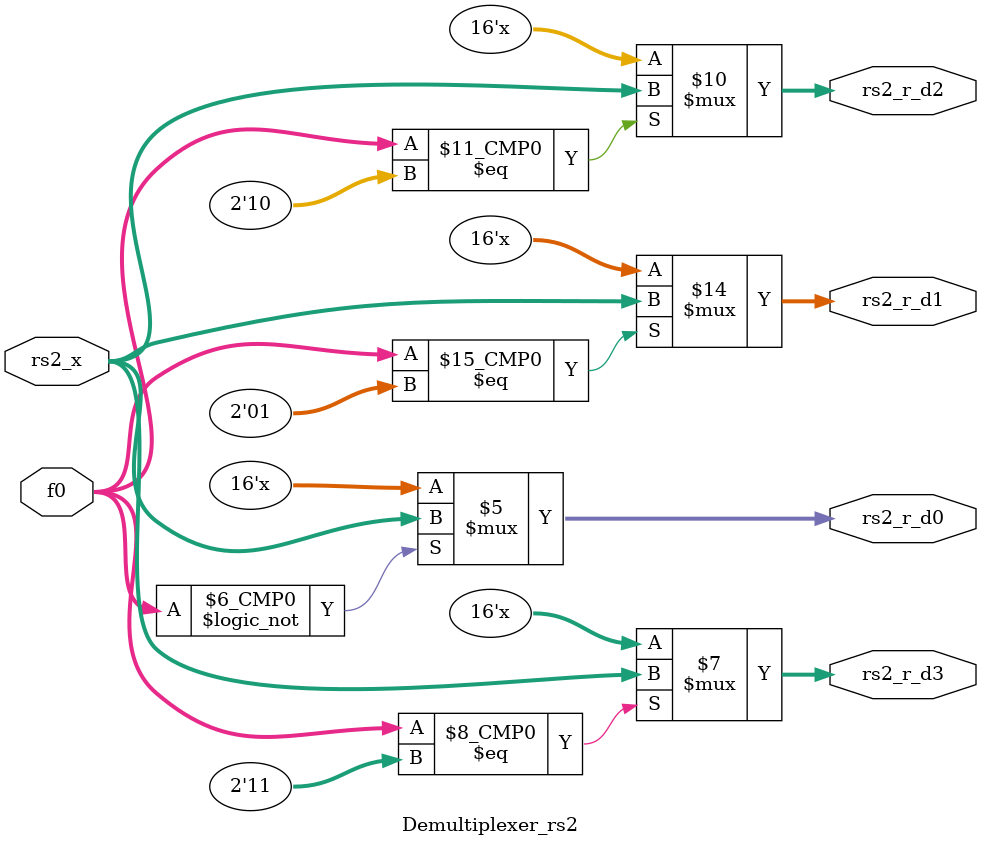
<source format=v>
`include "mux_16x1_rs1_x"
`include "demux_1x16_1x4_rs1_r.v"
`include "mux_16x1_rs2_x.v"
`include "demux_1x16_1x4_rs2_r.v"

module decode_rs1(rs1_r_d0,rs1_r_d1,rs1_r_d2,rs1_r_d3, x0,x1,x2,x3,x4,x5,x6,x7,x8,x9,x10,x11,x12,x13,x14,x15, rs1, f0);
  
  input [15:0] x0,x1,x2,x3,x4,x5,x6,x7,x8,x9,x10,x11,x12,x13,x14,x15;
  input [3:0] rs1;
  input [1:0] f0;
  output reg [15:0] rs1_r_d0,rs1_r_d1,rs1_r_d2,rs1_r_d3;
  
  wire [15:0] rs1_x;
  
  mux_16x1_rs1 block_rs1(rs1_x, rs1, x0,x1,x2,x3,x4,x5,x6,x7,x8,x9,x10,x11,x12,x13,x14,x15);
  Demultiplexer_rs1 block2_rs1(rs1_r_d0,rs1_r_d1,rs1_r_d2,rs1_r_d3,rs1_x,f0);
  
endmodule

module decode_rs2(rs2_r_d0,rs2_r_d1,rs2_r_d2,rs2_r_d3, x0,x1,x2,x3,x4,x5,x6,x7,x8,x9,x10,x11,x12,x13,x14,x15, rs2, f0);
  
  input [15:0] x0,x1,x2,x3,x4,x5,x6,x7,x8,x9,x10,x11,x12,x13,x14,x15;
  input [3:0] rs2;
  input [1:0] f0;
  output reg [15:0] rs2_r_d0,rs2_r_d1,rs2_r_d2,rs2_r_d3;
  
  wire [15:0] rs2_x;
  
  mux_16x1_rs2 block1_rs2(rs2_x, rs2, x0,x1,x2,x3,x4,x5,x6,x7,x8,x9,x10,x11,x12,x13,x14,x15);
  Demultiplexer_rs2 block2_rs2(rs2_r_d0,rs2_r_d1,rs2_r_d2,rs2_r_d3,rs2_x,f0);
  
endmodule

module mux_16x1_rs1(
rs1_x, rs1, x0,x1,x2,x3,x4,x5,x6,x7,x8,x9,x10,x11,x12,x13,x14,x15);
  input [15:0] rs1; 
  input [15:0] x0,x1,x2,x3,x4,x5,x6,x7,x8,x9,x10,x11,x12,x13,x14,x15;
  output reg [15:0] rs1_x;

  //wire [3:0] sel;
  //assign sel={rs1_0, rs1_1, rs1_2, rs1_3};

always @ (*) begin
  case(rs1)
    4'b0000 : rs1_x = x0;
    4'b0001 : rs1_x = x1;
    4'b0010 : rs1_x = x2;
    4'b0011 : rs1_x = x3;
    4'b0100 : rs1_x = x4;
    4'b0101 : rs1_x = x5;
    4'b0110 : rs1_x = x6;
    4'b0111 : rs1_x = x7;
    4'b1000 : rs1_x = x8;
    4'b1001 : rs1_x = x9;
    4'b1010 : rs1_x = x10;
    4'b1011 : rs1_x = x11;
    4'b1100 : rs1_x = x12;
    4'b1101 : rs1_x = x13;
    4'b1110 : rs1_x = x14;
    4'b1111 : rs1_x = x15;
endcase
end
endmodule

module Demultiplexer_rs1(rs1_r_d0,rs1_r_d1,rs1_r_d2,rs1_r_d3,rs1_x,f0);
  input [15:0] rs1_x;
  input [1:0] f0;
  output reg [15:0] rs1_r_d0, rs1_r_d1, rs1_r_d2, rs1_r_d3;
  
  /* always @(*) begin
    assign  rs1_r_d0 = (rs1_x &   ~f1 & ~f0),
    		rs1_r_d1 = (rs1_x &   ~f1 & f0),
    		rs1_r_d2 = (rs1_x &   f1 & ~f0),
            rs1_r_d3 = (rs1_x &  f1 & f0);
  end
  
  and g0(rs1_r_d0, rs1_x, ~f1, ~f0 );
  and g1(rs1_r_d1, rs1_x, ~f1, f0 );
  and g2(rs1_r_d2, rs1_x, f1, ~f0 );
  and g3(rs1_r_d3, rs1_x, f1, f0 );*/
  
  always @(*) begin
    case(f0) 
      2'b00 : rs1_r_d0 = rs1_x;
      2'b01 : rs1_r_d1 = rs1_x;
      2'b10 : rs1_r_d2 = rs1_x;
      2'b11 : rs1_r_d3 = rs1_x;
    endcase
  end
endmodule
module mux_16x1_rs2(
rs2_x, rs2, x0,x1,x2,x3,x4,x5,x6,x7,x8,x9,x10,x11,x12,x13,x14,x15);
  input [15:0] rs2; 
  input [15:0] x0,x1,x2,x3,x4,x5,x6,x7,x8,x9,x10,x11,x12,x13,x14,x15;
  output reg [15:0] rs2_x;
  wire [15:0] rs2_x;

  //wire [3:0] sel;
  //assign sel={rs2_0, rs2_1, rs2_2, rs2_3};

always @ (*) begin
  case(rs2)
    4'b0000 : rs2_x = x0;
    4'b0001 : rs2_x = x1;
    4'b0010 : rs2_x = x2;
    4'b0011 : rs2_x = x3;
    4'b0100 : rs2_x = x4;
    4'b0101 : rs2_x = x5;
    4'b0110 : rs2_x = x6;
    4'b0111 : rs2_x = x7;
    4'b1000 : rs2_x = x8;
    4'b1001 : rs2_x = x9;
    4'b1010 : rs2_x = x10;
    4'b1011 : rs2_x = x11;
    4'b1100 : rs2_x = x12;
    4'b1101 : rs2_x = x13;
    4'b1110 : rs2_x = x14;
    4'b1111 : rs2_x = x15;
endcase
end
endmodule

module Demultiplexer_rs2(rs2_r_d0,rs2_r_d1,rs2_r_d2,rs2_r_d3,rs2_x,f0);
  input [15:0] rs2_x;
  input [1:0] f0;
  output reg [15:0] rs2_r_d0, rs2_r_d1, rs2_r_d2, rs2_r_d3;
  
  /* always @(*) begin
    assign  rs2_r_d0 = (rs2_x &   ~f1 & ~f0),
    		rs2_r_d1 = (rs2_x &   ~f1 & f0),
    		rs2_r_d2 = (rs2_x &   f1 & ~f0),
            rs2_r_d3 = (rs2_x &  f1 & f0);
  end
  
  and g0(rs2_r_d0, rs2_x, ~f1, ~f0 );
  and g1(rs2_r_d1, rs2_x, ~f1, f0 );
  and g2(rs2_r_d2, rs2_x, f1, ~f0 );
  and g3(rs2_r_d3, rs2_x, f1, f0 );*/
  
  always @(*) begin
    case(f0) 
      2'b00 : rs2_r_d0 = rs2_x;
      2'b01 : rs2_r_d1 = rs2_x;
      2'b10 : rs2_r_d2 = rs2_x;
      2'b11 : rs2_r_d3 = rs2_x;
    endcase
  end
endmodule


</source>
